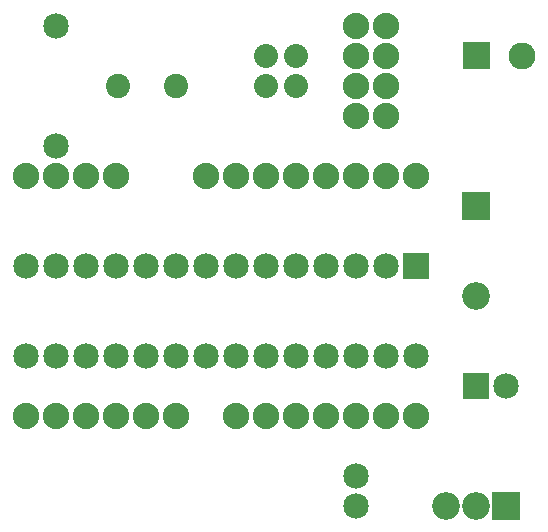
<source format=gts>
G04 MADE WITH FRITZING*
G04 WWW.FRITZING.ORG*
G04 DOUBLE SIDED*
G04 HOLES PLATED*
G04 CONTOUR ON CENTER OF CONTOUR VECTOR*
%ASAXBY*%
%FSLAX23Y23*%
%MOIN*%
%OFA0B0*%
%SFA1.0B1.0*%
%ADD10C,0.085000*%
%ADD11C,0.080925*%
%ADD12C,0.080866*%
%ADD13C,0.080000*%
%ADD14C,0.092000*%
%ADD15C,0.090000*%
%ADD16C,0.088000*%
%ADD17R,0.085000X0.085000*%
%ADD18R,0.092000X0.092000*%
%ADD19C,0.030000*%
%ADD20R,0.001000X0.001000*%
%LNMASK1*%
G90*
G70*
G54D10*
X1431Y996D03*
X1431Y696D03*
X1331Y996D03*
X1331Y696D03*
X1231Y996D03*
X1231Y696D03*
X1131Y996D03*
X1131Y696D03*
X1031Y996D03*
X1031Y696D03*
X931Y996D03*
X931Y696D03*
X831Y996D03*
X831Y696D03*
X731Y996D03*
X731Y696D03*
X631Y996D03*
X631Y696D03*
X531Y996D03*
X531Y696D03*
X431Y996D03*
X431Y696D03*
X331Y996D03*
X331Y696D03*
X231Y996D03*
X231Y696D03*
X131Y996D03*
X131Y696D03*
G54D11*
X631Y1596D03*
G54D12*
X438Y1596D03*
G54D13*
X931Y1696D03*
X1031Y1696D03*
X931Y1596D03*
X1031Y1596D03*
G54D14*
X1731Y196D03*
X1631Y196D03*
X1531Y196D03*
G54D15*
X1631Y1696D03*
X1783Y1696D03*
X1631Y1696D03*
X1783Y1696D03*
G54D16*
X1431Y1296D03*
X1331Y1296D03*
X1231Y1296D03*
X1131Y1296D03*
X1031Y1296D03*
X931Y1296D03*
X831Y1296D03*
X731Y1296D03*
G54D10*
X231Y1396D03*
X231Y1796D03*
G54D16*
X1331Y1596D03*
X1231Y1596D03*
X1331Y1596D03*
X1231Y1596D03*
X1231Y1496D03*
X1331Y1496D03*
G54D10*
X1631Y596D03*
X1731Y596D03*
G54D14*
X1631Y1194D03*
X1631Y896D03*
G54D10*
X1231Y296D03*
X1231Y196D03*
G54D16*
X431Y1296D03*
X331Y1296D03*
X231Y1296D03*
X131Y1296D03*
X1331Y1796D03*
X1231Y1796D03*
X1331Y1796D03*
X1231Y1796D03*
X1231Y1696D03*
X1331Y1696D03*
X1431Y496D03*
X1331Y496D03*
X1231Y496D03*
X1131Y496D03*
X1031Y496D03*
X931Y496D03*
X831Y496D03*
X631Y496D03*
X531Y496D03*
X431Y496D03*
X331Y496D03*
X231Y496D03*
X131Y496D03*
G54D17*
X1431Y996D03*
G54D18*
X1731Y196D03*
G54D17*
X1631Y596D03*
G54D18*
X1631Y1195D03*
G54D19*
G36*
X1258Y269D02*
X1203Y269D01*
X1203Y324D01*
X1258Y324D01*
X1258Y269D01*
G37*
D02*
G54D20*
X1586Y1742D02*
X1675Y1742D01*
X1586Y1741D02*
X1675Y1741D01*
X1586Y1740D02*
X1675Y1740D01*
X1586Y1739D02*
X1675Y1739D01*
X1586Y1738D02*
X1675Y1738D01*
X1586Y1737D02*
X1675Y1737D01*
X1586Y1736D02*
X1675Y1736D01*
X1586Y1735D02*
X1675Y1735D01*
X1586Y1734D02*
X1675Y1734D01*
X1586Y1733D02*
X1675Y1733D01*
X1586Y1732D02*
X1675Y1732D01*
X1586Y1731D02*
X1675Y1731D01*
X1586Y1730D02*
X1675Y1730D01*
X1586Y1729D02*
X1675Y1729D01*
X1586Y1728D02*
X1675Y1728D01*
X1586Y1727D02*
X1675Y1727D01*
X1586Y1726D02*
X1675Y1726D01*
X1586Y1725D02*
X1675Y1725D01*
X1586Y1724D02*
X1675Y1724D01*
X1586Y1723D02*
X1675Y1723D01*
X1586Y1722D02*
X1675Y1722D01*
X1586Y1721D02*
X1675Y1721D01*
X1586Y1720D02*
X1675Y1720D01*
X1586Y1719D02*
X1675Y1719D01*
X1586Y1718D02*
X1675Y1718D01*
X1586Y1717D02*
X1675Y1717D01*
X1586Y1716D02*
X1675Y1716D01*
X1586Y1715D02*
X1623Y1715D01*
X1637Y1715D02*
X1675Y1715D01*
X1586Y1714D02*
X1621Y1714D01*
X1639Y1714D02*
X1675Y1714D01*
X1586Y1713D02*
X1619Y1713D01*
X1641Y1713D02*
X1675Y1713D01*
X1586Y1712D02*
X1618Y1712D01*
X1643Y1712D02*
X1675Y1712D01*
X1586Y1711D02*
X1617Y1711D01*
X1644Y1711D02*
X1675Y1711D01*
X1586Y1710D02*
X1616Y1710D01*
X1645Y1710D02*
X1675Y1710D01*
X1586Y1709D02*
X1615Y1709D01*
X1646Y1709D02*
X1675Y1709D01*
X1586Y1708D02*
X1614Y1708D01*
X1646Y1708D02*
X1675Y1708D01*
X1586Y1707D02*
X1613Y1707D01*
X1647Y1707D02*
X1675Y1707D01*
X1586Y1706D02*
X1613Y1706D01*
X1647Y1706D02*
X1675Y1706D01*
X1586Y1705D02*
X1612Y1705D01*
X1648Y1705D02*
X1675Y1705D01*
X1586Y1704D02*
X1612Y1704D01*
X1648Y1704D02*
X1675Y1704D01*
X1586Y1703D02*
X1612Y1703D01*
X1648Y1703D02*
X1675Y1703D01*
X1586Y1702D02*
X1612Y1702D01*
X1649Y1702D02*
X1675Y1702D01*
X1586Y1701D02*
X1611Y1701D01*
X1649Y1701D02*
X1675Y1701D01*
X1586Y1700D02*
X1611Y1700D01*
X1649Y1700D02*
X1675Y1700D01*
X1586Y1699D02*
X1611Y1699D01*
X1649Y1699D02*
X1675Y1699D01*
X1586Y1698D02*
X1611Y1698D01*
X1649Y1698D02*
X1675Y1698D01*
X1586Y1697D02*
X1611Y1697D01*
X1649Y1697D02*
X1675Y1697D01*
X1586Y1696D02*
X1611Y1696D01*
X1649Y1696D02*
X1675Y1696D01*
X1586Y1695D02*
X1611Y1695D01*
X1649Y1695D02*
X1675Y1695D01*
X1586Y1694D02*
X1611Y1694D01*
X1649Y1694D02*
X1675Y1694D01*
X1586Y1693D02*
X1611Y1693D01*
X1649Y1693D02*
X1675Y1693D01*
X1586Y1692D02*
X1612Y1692D01*
X1649Y1692D02*
X1675Y1692D01*
X1586Y1691D02*
X1612Y1691D01*
X1648Y1691D02*
X1675Y1691D01*
X1586Y1690D02*
X1612Y1690D01*
X1648Y1690D02*
X1675Y1690D01*
X1586Y1689D02*
X1613Y1689D01*
X1647Y1689D02*
X1675Y1689D01*
X1586Y1688D02*
X1613Y1688D01*
X1647Y1688D02*
X1675Y1688D01*
X1586Y1687D02*
X1614Y1687D01*
X1646Y1687D02*
X1675Y1687D01*
X1586Y1686D02*
X1615Y1686D01*
X1646Y1686D02*
X1675Y1686D01*
X1586Y1685D02*
X1615Y1685D01*
X1645Y1685D02*
X1675Y1685D01*
X1586Y1684D02*
X1616Y1684D01*
X1644Y1684D02*
X1675Y1684D01*
X1586Y1683D02*
X1617Y1683D01*
X1643Y1683D02*
X1675Y1683D01*
X1586Y1682D02*
X1619Y1682D01*
X1642Y1682D02*
X1675Y1682D01*
X1586Y1681D02*
X1620Y1681D01*
X1640Y1681D02*
X1675Y1681D01*
X1586Y1680D02*
X1623Y1680D01*
X1638Y1680D02*
X1675Y1680D01*
X1586Y1679D02*
X1627Y1679D01*
X1634Y1679D02*
X1675Y1679D01*
X1586Y1678D02*
X1675Y1678D01*
X1586Y1677D02*
X1675Y1677D01*
X1586Y1676D02*
X1675Y1676D01*
X1586Y1675D02*
X1675Y1675D01*
X1586Y1674D02*
X1675Y1674D01*
X1586Y1673D02*
X1675Y1673D01*
X1586Y1672D02*
X1675Y1672D01*
X1586Y1671D02*
X1675Y1671D01*
X1586Y1670D02*
X1675Y1670D01*
X1586Y1669D02*
X1675Y1669D01*
X1586Y1668D02*
X1675Y1668D01*
X1586Y1667D02*
X1675Y1667D01*
X1586Y1666D02*
X1675Y1666D01*
X1586Y1665D02*
X1675Y1665D01*
X1586Y1664D02*
X1675Y1664D01*
X1586Y1663D02*
X1675Y1663D01*
X1586Y1662D02*
X1675Y1662D01*
X1586Y1661D02*
X1675Y1661D01*
X1586Y1660D02*
X1675Y1660D01*
X1586Y1659D02*
X1675Y1659D01*
X1586Y1658D02*
X1675Y1658D01*
X1586Y1657D02*
X1675Y1657D01*
X1586Y1656D02*
X1675Y1656D01*
X1586Y1655D02*
X1675Y1655D01*
X1586Y1654D02*
X1675Y1654D01*
X1586Y1653D02*
X1675Y1653D01*
D02*
G04 End of Mask1*
M02*
</source>
